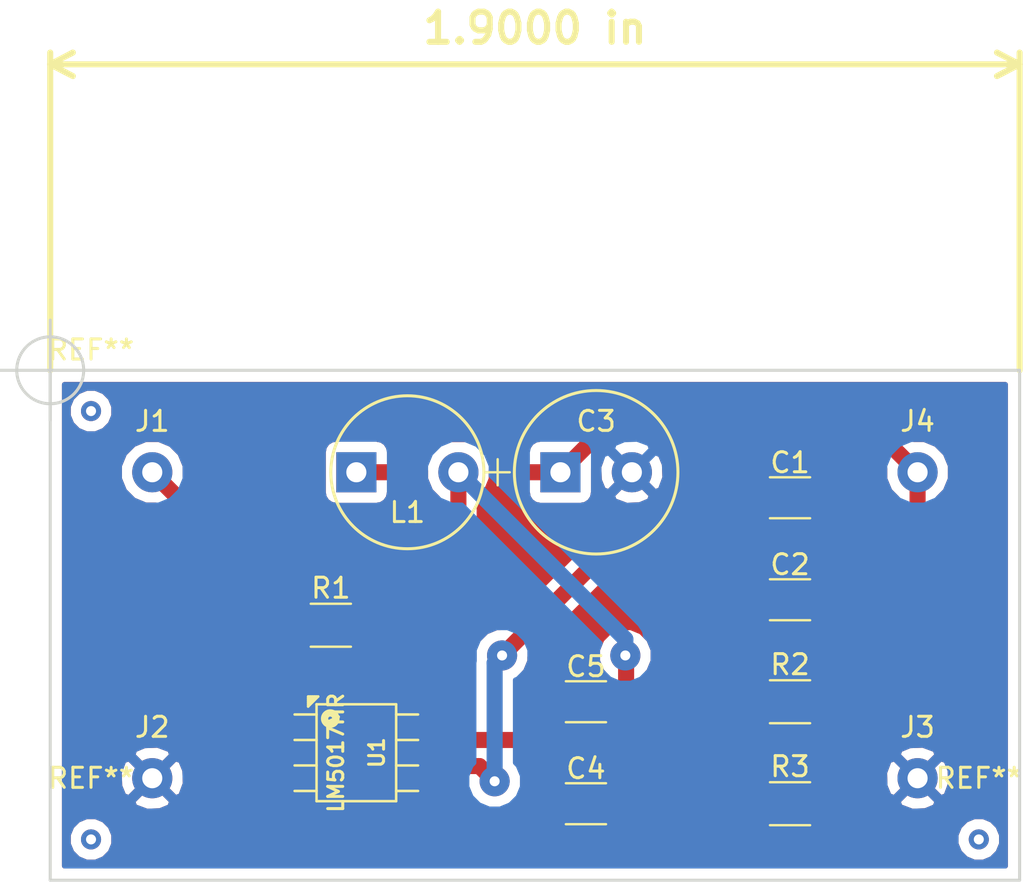
<source format=kicad_pcb>
(kicad_pcb (version 4) (host pcbnew 4.0.5+dfsg1-4)

  (general
    (links 20)
    (no_connects 0)
    (area 58.344999 63.424999 106.755001 88.975001)
    (thickness 1.6)
    (drawings 6)
    (tracks 67)
    (zones 0)
    (modules 17)
    (nets 11)
  )

  (page A4)
  (layers
    (0 F.Cu signal)
    (31 B.Cu signal)
    (32 B.Adhes user hide)
    (33 F.Adhes user hide)
    (34 B.Paste user hide)
    (35 F.Paste user hide)
    (36 B.SilkS user hide)
    (37 F.SilkS user)
    (38 B.Mask user hide)
    (39 F.Mask user hide)
    (40 Dwgs.User user hide)
    (41 Cmts.User user hide)
    (42 Eco1.User user hide)
    (43 Eco2.User user hide)
    (44 Edge.Cuts user)
    (45 Margin user hide)
    (46 B.CrtYd user hide)
    (47 F.CrtYd user hide)
    (48 B.Fab user hide)
    (49 F.Fab user hide)
  )

  (setup
    (last_trace_width 0.8)
    (trace_clearance 0.5)
    (zone_clearance 0.508)
    (zone_45_only no)
    (trace_min 0.2)
    (segment_width 0.2)
    (edge_width 0.15)
    (via_size 1.5)
    (via_drill 0.5)
    (via_min_size 0.4)
    (via_min_drill 0.3)
    (uvia_size 0.3)
    (uvia_drill 0.1)
    (uvias_allowed no)
    (uvia_min_size 0.2)
    (uvia_min_drill 0.1)
    (pcb_text_width 0.3)
    (pcb_text_size 1.5 1.5)
    (mod_edge_width 0.15)
    (mod_text_size 1 1)
    (mod_text_width 0.15)
    (pad_size 1 1)
    (pad_drill 0.5)
    (pad_to_mask_clearance 0.2)
    (aux_axis_origin 58.42 63.5)
    (grid_origin 58.42 63.5)
    (visible_elements FFFFFF7F)
    (pcbplotparams
      (layerselection 0x01030_80000001)
      (usegerberextensions false)
      (excludeedgelayer true)
      (linewidth 0.100000)
      (plotframeref false)
      (viasonmask false)
      (mode 1)
      (useauxorigin false)
      (hpglpennumber 1)
      (hpglpenspeed 20)
      (hpglpendiameter 15)
      (hpglpenoverlay 2)
      (psnegative false)
      (psa4output false)
      (plotreference true)
      (plotvalue true)
      (plotinvisibletext false)
      (padsonsilk false)
      (subtractmaskfromsilk false)
      (outputformat 1)
      (mirror false)
      (drillshape 0)
      (scaleselection 1)
      (outputdirectory ""))
  )

  (net 0 "")
  (net 1 "Net-(C1-Pad1)")
  (net 2 "Net-(C1-Pad2)")
  (net 3 GND)
  (net 4 "Net-(C3-Pad1)")
  (net 5 VDD)
  (net 6 "Net-(R1-Pad2)")
  (net 7 "Net-(R2-Pad2)")
  (net 8 "Net-(C4-Pad1)")
  (net 9 "Net-(C4-Pad2)")
  (net 10 "Net-(C5-Pad2)")

  (net_class Default "Это класс цепей по умолчанию."
    (clearance 0.5)
    (trace_width 0.8)
    (via_dia 1.5)
    (via_drill 0.5)
    (uvia_dia 0.3)
    (uvia_drill 0.1)
    (add_net GND)
    (add_net "Net-(C1-Pad1)")
    (add_net "Net-(C1-Pad2)")
    (add_net "Net-(C3-Pad1)")
    (add_net "Net-(C4-Pad1)")
    (add_net "Net-(C4-Pad2)")
    (add_net "Net-(C5-Pad2)")
    (add_net "Net-(R1-Pad2)")
    (add_net "Net-(R2-Pad2)")
    (add_net VDD)
  )

  (module mylib:align_hole (layer F.Cu) (tedit 59569E5C) (tstamp 5956BA48)
    (at 104.648 86.868)
    (descr "module 1 pin (ou trou mecanique de percage)")
    (tags DEV)
    (zone_connect 0)
    (fp_text reference REF** (at 0 -3.048) (layer F.SilkS)
      (effects (font (size 1 1) (thickness 0.15)))
    )
    (fp_text value "" (at 0 3) (layer F.Fab) hide
      (effects (font (size 1 1) (thickness 0.15)))
    )
    (fp_circle (center 0 0) (end 2 0.8) (layer F.Fab) (width 0.1))
    (pad "" np_thru_hole circle (at 0 0) (size 1 1) (drill 0.5) (layers *.Cu *.Mask)
      (zone_connect 0))
  )

  (module mylib:align_hole (layer F.Cu) (tedit 59569E5C) (tstamp 5956BA43)
    (at 60.452 86.868)
    (descr "module 1 pin (ou trou mecanique de percage)")
    (tags DEV)
    (zone_connect 0)
    (fp_text reference REF** (at 0 -3.048) (layer F.SilkS)
      (effects (font (size 1 1) (thickness 0.15)))
    )
    (fp_text value "" (at 0 3) (layer F.Fab) hide
      (effects (font (size 1 1) (thickness 0.15)))
    )
    (fp_circle (center 0 0) (end 2 0.8) (layer F.Fab) (width 0.1))
    (pad "" np_thru_hole circle (at 0 0) (size 1 1) (drill 0.5) (layers *.Cu *.Mask)
      (zone_connect 0))
  )

  (module Capacitors_SMD:C_1206_HandSoldering (layer F.Cu) (tedit 58AA84D1) (tstamp 5956A459)
    (at 95.25 69.85)
    (descr "Capacitor SMD 1206, hand soldering")
    (tags "capacitor 1206")
    (path /595692D9)
    (attr smd)
    (fp_text reference C1 (at 0 -1.75) (layer F.SilkS)
      (effects (font (size 1 1) (thickness 0.15)))
    )
    (fp_text value CP1_Small (at 0 2) (layer F.Fab)
      (effects (font (size 1 1) (thickness 0.15)))
    )
    (fp_text user %R (at 0 -1.75) (layer F.Fab)
      (effects (font (size 1 1) (thickness 0.15)))
    )
    (fp_line (start -1.6 0.8) (end -1.6 -0.8) (layer F.Fab) (width 0.1))
    (fp_line (start 1.6 0.8) (end -1.6 0.8) (layer F.Fab) (width 0.1))
    (fp_line (start 1.6 -0.8) (end 1.6 0.8) (layer F.Fab) (width 0.1))
    (fp_line (start -1.6 -0.8) (end 1.6 -0.8) (layer F.Fab) (width 0.1))
    (fp_line (start 1 -1.02) (end -1 -1.02) (layer F.SilkS) (width 0.12))
    (fp_line (start -1 1.02) (end 1 1.02) (layer F.SilkS) (width 0.12))
    (fp_line (start -3.25 -1.05) (end 3.25 -1.05) (layer F.CrtYd) (width 0.05))
    (fp_line (start -3.25 -1.05) (end -3.25 1.05) (layer F.CrtYd) (width 0.05))
    (fp_line (start 3.25 1.05) (end 3.25 -1.05) (layer F.CrtYd) (width 0.05))
    (fp_line (start 3.25 1.05) (end -3.25 1.05) (layer F.CrtYd) (width 0.05))
    (pad 1 smd rect (at -2 0) (size 2 1.6) (layers F.Cu F.Paste F.Mask)
      (net 1 "Net-(C1-Pad1)"))
    (pad 2 smd rect (at 2 0) (size 2 1.6) (layers F.Cu F.Paste F.Mask)
      (net 2 "Net-(C1-Pad2)"))
    (model Capacitors_SMD.3dshapes/C_1206.wrl
      (at (xyz 0 0 0))
      (scale (xyz 1 1 1))
      (rotate (xyz 0 0 0))
    )
  )

  (module Capacitors_SMD:C_1206_HandSoldering (layer F.Cu) (tedit 58AA84D1) (tstamp 5956A45F)
    (at 95.25 74.93)
    (descr "Capacitor SMD 1206, hand soldering")
    (tags "capacitor 1206")
    (path /59569490)
    (attr smd)
    (fp_text reference C2 (at 0 -1.75) (layer F.SilkS)
      (effects (font (size 1 1) (thickness 0.15)))
    )
    (fp_text value CP1_Small (at 0 2) (layer F.Fab)
      (effects (font (size 1 1) (thickness 0.15)))
    )
    (fp_text user %R (at 0 -1.75) (layer F.Fab)
      (effects (font (size 1 1) (thickness 0.15)))
    )
    (fp_line (start -1.6 0.8) (end -1.6 -0.8) (layer F.Fab) (width 0.1))
    (fp_line (start 1.6 0.8) (end -1.6 0.8) (layer F.Fab) (width 0.1))
    (fp_line (start 1.6 -0.8) (end 1.6 0.8) (layer F.Fab) (width 0.1))
    (fp_line (start -1.6 -0.8) (end 1.6 -0.8) (layer F.Fab) (width 0.1))
    (fp_line (start 1 -1.02) (end -1 -1.02) (layer F.SilkS) (width 0.12))
    (fp_line (start -1 1.02) (end 1 1.02) (layer F.SilkS) (width 0.12))
    (fp_line (start -3.25 -1.05) (end 3.25 -1.05) (layer F.CrtYd) (width 0.05))
    (fp_line (start -3.25 -1.05) (end -3.25 1.05) (layer F.CrtYd) (width 0.05))
    (fp_line (start 3.25 1.05) (end 3.25 -1.05) (layer F.CrtYd) (width 0.05))
    (fp_line (start 3.25 1.05) (end -3.25 1.05) (layer F.CrtYd) (width 0.05))
    (pad 1 smd rect (at -2 0) (size 2 1.6) (layers F.Cu F.Paste F.Mask)
      (net 2 "Net-(C1-Pad2)"))
    (pad 2 smd rect (at 2 0) (size 2 1.6) (layers F.Cu F.Paste F.Mask)
      (net 3 GND))
    (model Capacitors_SMD.3dshapes/C_1206.wrl
      (at (xyz 0 0 0))
      (scale (xyz 1 1 1))
      (rotate (xyz 0 0 0))
    )
  )

  (module mylib:CP_Radial_D5.0mm_P2.50mm (layer F.Cu) (tedit 595003AF) (tstamp 5956A466)
    (at 83.82 68.58)
    (descr "CP, Radial series, Radial, pin pitch=2.50mm, , diameter=5mm, Electrolytic Capacitor")
    (tags "CP Radial series Radial pin pitch 2.50mm  diameter 5mm Electrolytic Capacitor")
    (path /5943CA41)
    (fp_text reference C3 (at 1.778 -2.54) (layer F.SilkS)
      (effects (font (size 1 1) (thickness 0.15)))
    )
    (fp_text value 100mjuF (at 2.032 4.826) (layer F.Fab)
      (effects (font (size 1 1) (thickness 0.15)))
    )
    (fp_circle (center 1.778 0) (end 5.842 -0.254) (layer F.SilkS) (width 0.15))
    (fp_text user %R (at 1.778 -2.54) (layer F.Fab)
      (effects (font (size 1 1) (thickness 0.15)))
    )
    (fp_line (start -3.724 0) (end -2.524 0) (layer F.Fab) (width 0.1))
    (fp_line (start -3.124 -0.65) (end -3.124 0.65) (layer F.Fab) (width 0.1))
    (fp_line (start -3.724 0) (end -2.524 0) (layer F.SilkS) (width 0.12))
    (fp_line (start -3.124 -0.65) (end -3.124 0.65) (layer F.SilkS) (width 0.12))
    (fp_circle (center 1.758 0) (end 5.746 0) (layer F.Fab) (width 0.1))
    (pad 1 thru_hole rect (at 0 0) (size 2 2) (drill 1) (layers *.Cu *.Mask)
      (net 4 "Net-(C3-Pad1)"))
    (pad 2 thru_hole circle (at 3.556 0) (size 2 2) (drill 1) (layers *.Cu *.Mask)
      (net 3 GND))
    (model ${KISYS3DMOD}/Capacitors_THT.3dshapes/CP_Radial_D5.0mm_P2.50mm.wrl
      (at (xyz 0 0 0))
      (scale (xyz 1 1 1))
      (rotate (xyz 0 0 0))
    )
  )

  (module Capacitors_SMD:C_1206_HandSoldering (layer F.Cu) (tedit 58AA84D1) (tstamp 5956A46C)
    (at 85.09 85.09)
    (descr "Capacitor SMD 1206, hand soldering")
    (tags "capacitor 1206")
    (path /59569517)
    (attr smd)
    (fp_text reference C4 (at 0 -1.75) (layer F.SilkS)
      (effects (font (size 1 1) (thickness 0.15)))
    )
    (fp_text value CP1_Small (at 0 2) (layer F.Fab)
      (effects (font (size 1 1) (thickness 0.15)))
    )
    (fp_text user %R (at 0 -1.75) (layer F.Fab)
      (effects (font (size 1 1) (thickness 0.15)))
    )
    (fp_line (start -1.6 0.8) (end -1.6 -0.8) (layer F.Fab) (width 0.1))
    (fp_line (start 1.6 0.8) (end -1.6 0.8) (layer F.Fab) (width 0.1))
    (fp_line (start 1.6 -0.8) (end 1.6 0.8) (layer F.Fab) (width 0.1))
    (fp_line (start -1.6 -0.8) (end 1.6 -0.8) (layer F.Fab) (width 0.1))
    (fp_line (start 1 -1.02) (end -1 -1.02) (layer F.SilkS) (width 0.12))
    (fp_line (start -1 1.02) (end 1 1.02) (layer F.SilkS) (width 0.12))
    (fp_line (start -3.25 -1.05) (end 3.25 -1.05) (layer F.CrtYd) (width 0.05))
    (fp_line (start -3.25 -1.05) (end -3.25 1.05) (layer F.CrtYd) (width 0.05))
    (fp_line (start 3.25 1.05) (end 3.25 -1.05) (layer F.CrtYd) (width 0.05))
    (fp_line (start 3.25 1.05) (end -3.25 1.05) (layer F.CrtYd) (width 0.05))
    (pad 1 smd rect (at -2 0) (size 2 1.6) (layers F.Cu F.Paste F.Mask)
      (net 8 "Net-(C4-Pad1)"))
    (pad 2 smd rect (at 2 0) (size 2 1.6) (layers F.Cu F.Paste F.Mask)
      (net 9 "Net-(C4-Pad2)"))
    (model Capacitors_SMD.3dshapes/C_1206.wrl
      (at (xyz 0 0 0))
      (scale (xyz 1 1 1))
      (rotate (xyz 0 0 0))
    )
  )

  (module Capacitors_SMD:C_1206_HandSoldering (layer F.Cu) (tedit 58AA84D1) (tstamp 5956A472)
    (at 85.09 80.01)
    (descr "Capacitor SMD 1206, hand soldering")
    (tags "capacitor 1206")
    (path /59569581)
    (attr smd)
    (fp_text reference C5 (at 0 -1.75) (layer F.SilkS)
      (effects (font (size 1 1) (thickness 0.15)))
    )
    (fp_text value CP1_Small (at 0 2) (layer F.Fab)
      (effects (font (size 1 1) (thickness 0.15)))
    )
    (fp_text user %R (at 0 -1.75) (layer F.Fab)
      (effects (font (size 1 1) (thickness 0.15)))
    )
    (fp_line (start -1.6 0.8) (end -1.6 -0.8) (layer F.Fab) (width 0.1))
    (fp_line (start 1.6 0.8) (end -1.6 0.8) (layer F.Fab) (width 0.1))
    (fp_line (start 1.6 -0.8) (end 1.6 0.8) (layer F.Fab) (width 0.1))
    (fp_line (start -1.6 -0.8) (end 1.6 -0.8) (layer F.Fab) (width 0.1))
    (fp_line (start 1 -1.02) (end -1 -1.02) (layer F.SilkS) (width 0.12))
    (fp_line (start -1 1.02) (end 1 1.02) (layer F.SilkS) (width 0.12))
    (fp_line (start -3.25 -1.05) (end 3.25 -1.05) (layer F.CrtYd) (width 0.05))
    (fp_line (start -3.25 -1.05) (end -3.25 1.05) (layer F.CrtYd) (width 0.05))
    (fp_line (start 3.25 1.05) (end 3.25 -1.05) (layer F.CrtYd) (width 0.05))
    (fp_line (start 3.25 1.05) (end -3.25 1.05) (layer F.CrtYd) (width 0.05))
    (pad 1 smd rect (at -2 0) (size 2 1.6) (layers F.Cu F.Paste F.Mask)
      (net 9 "Net-(C4-Pad2)"))
    (pad 2 smd rect (at 2 0) (size 2 1.6) (layers F.Cu F.Paste F.Mask)
      (net 10 "Net-(C5-Pad2)"))
    (model Capacitors_SMD.3dshapes/C_1206.wrl
      (at (xyz 0 0 0))
      (scale (xyz 1 1 1))
      (rotate (xyz 0 0 0))
    )
  )

  (module mylib:Wire_Pad_1pin (layer F.Cu) (tedit 594FFEB6) (tstamp 5956A477)
    (at 63.5 68.58)
    (path /594C33F7)
    (fp_text reference J1 (at 0 -2.54) (layer F.SilkS)
      (effects (font (size 1 1) (thickness 0.15)))
    )
    (fp_text value Screw_Terminal_1x01 (at 0 2.54) (layer F.Fab)
      (effects (font (size 1 1) (thickness 0.15)))
    )
    (pad 1 thru_hole circle (at 0 0) (size 2 2) (drill 1) (layers *.Cu *.Mask)
      (net 5 VDD))
  )

  (module mylib:Wire_Pad_1pin (layer F.Cu) (tedit 594FFEB6) (tstamp 5956A47C)
    (at 63.5 83.82)
    (path /594C3430)
    (fp_text reference J2 (at 0 -2.54) (layer F.SilkS)
      (effects (font (size 1 1) (thickness 0.15)))
    )
    (fp_text value Screw_Terminal_1x01 (at 0 2.54) (layer F.Fab)
      (effects (font (size 1 1) (thickness 0.15)))
    )
    (pad 1 thru_hole circle (at 0 0) (size 2 2) (drill 1) (layers *.Cu *.Mask)
      (net 3 GND))
  )

  (module mylib:Wire_Pad_1pin (layer F.Cu) (tedit 594FFEB6) (tstamp 5956A481)
    (at 101.6 83.82)
    (path /594C35C3)
    (fp_text reference J3 (at 0 -2.54) (layer F.SilkS)
      (effects (font (size 1 1) (thickness 0.15)))
    )
    (fp_text value Screw_Terminal_1x01 (at 0 2.54) (layer F.Fab)
      (effects (font (size 1 1) (thickness 0.15)))
    )
    (pad 1 thru_hole circle (at 0 0) (size 2 2) (drill 1) (layers *.Cu *.Mask)
      (net 3 GND))
  )

  (module mylib:Wire_Pad_1pin (layer F.Cu) (tedit 594FFEB6) (tstamp 5956A486)
    (at 101.6 68.58)
    (path /594C355C)
    (fp_text reference J4 (at 0 -2.54) (layer F.SilkS)
      (effects (font (size 1 1) (thickness 0.15)))
    )
    (fp_text value Screw_Terminal_1x01 (at 0 2.54) (layer F.Fab)
      (effects (font (size 1 1) (thickness 0.15)))
    )
    (pad 1 thru_hole circle (at 0 0) (size 2 2) (drill 1) (layers *.Cu *.Mask)
      (net 4 "Net-(C3-Pad1)"))
  )

  (module mylib:INDUCTOR_V (layer F.Cu) (tedit 595000CB) (tstamp 5956A48D)
    (at 76.2 68.58)
    (descr "Inductor (vertical)")
    (tags INDUCTOR)
    (path /5943C155)
    (fp_text reference L1 (at 0 1.99898) (layer F.SilkS)
      (effects (font (size 1 1) (thickness 0.15)))
    )
    (fp_text value 220mjuH (at 0.09906 -1.99898) (layer F.Fab)
      (effects (font (size 1 1) (thickness 0.15)))
    )
    (fp_circle (center 0 0) (end 3.81 0) (layer F.SilkS) (width 0.15))
    (pad 1 thru_hole rect (at -2.54 0) (size 2 2) (drill 1) (layers *.Cu *.Mask)
      (net 4 "Net-(C3-Pad1)"))
    (pad 2 thru_hole circle (at 2.54 0) (size 2 2) (drill 1) (layers *.Cu *.Mask)
      (net 10 "Net-(C5-Pad2)"))
    (model Inductors.3dshapes/INDUCTOR_V.wrl
      (at (xyz 0 0 0))
      (scale (xyz 2 2 2))
      (rotate (xyz 0 0 0))
    )
  )

  (module Resistors_SMD:R_1206_HandSoldering (layer F.Cu) (tedit 58E0A804) (tstamp 5956A493)
    (at 72.39 76.2)
    (descr "Resistor SMD 1206, hand soldering")
    (tags "resistor 1206")
    (path /5943BDE3)
    (attr smd)
    (fp_text reference R1 (at 0 -1.85) (layer F.SilkS)
      (effects (font (size 1 1) (thickness 0.15)))
    )
    (fp_text value 250K (at 0 1.9) (layer F.Fab)
      (effects (font (size 1 1) (thickness 0.15)))
    )
    (fp_text user %R (at 0 0) (layer F.Fab)
      (effects (font (size 0.7 0.7) (thickness 0.105)))
    )
    (fp_line (start -1.6 0.8) (end -1.6 -0.8) (layer F.Fab) (width 0.1))
    (fp_line (start 1.6 0.8) (end -1.6 0.8) (layer F.Fab) (width 0.1))
    (fp_line (start 1.6 -0.8) (end 1.6 0.8) (layer F.Fab) (width 0.1))
    (fp_line (start -1.6 -0.8) (end 1.6 -0.8) (layer F.Fab) (width 0.1))
    (fp_line (start 1 1.07) (end -1 1.07) (layer F.SilkS) (width 0.12))
    (fp_line (start -1 -1.07) (end 1 -1.07) (layer F.SilkS) (width 0.12))
    (fp_line (start -3.25 -1.11) (end 3.25 -1.11) (layer F.CrtYd) (width 0.05))
    (fp_line (start -3.25 -1.11) (end -3.25 1.1) (layer F.CrtYd) (width 0.05))
    (fp_line (start 3.25 1.1) (end 3.25 -1.11) (layer F.CrtYd) (width 0.05))
    (fp_line (start 3.25 1.1) (end -3.25 1.1) (layer F.CrtYd) (width 0.05))
    (pad 1 smd rect (at -2 0) (size 2 1.7) (layers F.Cu F.Paste F.Mask)
      (net 5 VDD))
    (pad 2 smd rect (at 2 0) (size 2 1.7) (layers F.Cu F.Paste F.Mask)
      (net 6 "Net-(R1-Pad2)"))
    (model ${KISYS3DMOD}/Resistors_SMD.3dshapes/R_1206.wrl
      (at (xyz 0 0 0))
      (scale (xyz 1 1 1))
      (rotate (xyz 0 0 0))
    )
  )

  (module Resistors_SMD:R_1206_HandSoldering (layer F.Cu) (tedit 58E0A804) (tstamp 5956A499)
    (at 95.25 80.01)
    (descr "Resistor SMD 1206, hand soldering")
    (tags "resistor 1206")
    (path /5943BA61)
    (attr smd)
    (fp_text reference R2 (at 0 -1.85) (layer F.SilkS)
      (effects (font (size 1 1) (thickness 0.15)))
    )
    (fp_text value 470K (at 0 1.9) (layer F.Fab)
      (effects (font (size 1 1) (thickness 0.15)))
    )
    (fp_text user %R (at 0 0) (layer F.Fab)
      (effects (font (size 0.7 0.7) (thickness 0.105)))
    )
    (fp_line (start -1.6 0.8) (end -1.6 -0.8) (layer F.Fab) (width 0.1))
    (fp_line (start 1.6 0.8) (end -1.6 0.8) (layer F.Fab) (width 0.1))
    (fp_line (start 1.6 -0.8) (end 1.6 0.8) (layer F.Fab) (width 0.1))
    (fp_line (start -1.6 -0.8) (end 1.6 -0.8) (layer F.Fab) (width 0.1))
    (fp_line (start 1 1.07) (end -1 1.07) (layer F.SilkS) (width 0.12))
    (fp_line (start -1 -1.07) (end 1 -1.07) (layer F.SilkS) (width 0.12))
    (fp_line (start -3.25 -1.11) (end 3.25 -1.11) (layer F.CrtYd) (width 0.05))
    (fp_line (start -3.25 -1.11) (end -3.25 1.1) (layer F.CrtYd) (width 0.05))
    (fp_line (start 3.25 1.1) (end 3.25 -1.11) (layer F.CrtYd) (width 0.05))
    (fp_line (start 3.25 1.1) (end -3.25 1.1) (layer F.CrtYd) (width 0.05))
    (pad 1 smd rect (at -2 0) (size 2 1.7) (layers F.Cu F.Paste F.Mask)
      (net 4 "Net-(C3-Pad1)"))
    (pad 2 smd rect (at 2 0) (size 2 1.7) (layers F.Cu F.Paste F.Mask)
      (net 7 "Net-(R2-Pad2)"))
    (model ${KISYS3DMOD}/Resistors_SMD.3dshapes/R_1206.wrl
      (at (xyz 0 0 0))
      (scale (xyz 1 1 1))
      (rotate (xyz 0 0 0))
    )
  )

  (module Resistors_SMD:R_1206_HandSoldering (layer F.Cu) (tedit 58E0A804) (tstamp 5956A49F)
    (at 95.25 85.09)
    (descr "Resistor SMD 1206, hand soldering")
    (tags "resistor 1206")
    (path /5943BABE)
    (attr smd)
    (fp_text reference R3 (at 0 -1.85) (layer F.SilkS)
      (effects (font (size 1 1) (thickness 0.15)))
    )
    (fp_text value 150K (at 0 1.9) (layer F.Fab)
      (effects (font (size 1 1) (thickness 0.15)))
    )
    (fp_text user %R (at 0 0) (layer F.Fab)
      (effects (font (size 0.7 0.7) (thickness 0.105)))
    )
    (fp_line (start -1.6 0.8) (end -1.6 -0.8) (layer F.Fab) (width 0.1))
    (fp_line (start 1.6 0.8) (end -1.6 0.8) (layer F.Fab) (width 0.1))
    (fp_line (start 1.6 -0.8) (end 1.6 0.8) (layer F.Fab) (width 0.1))
    (fp_line (start -1.6 -0.8) (end 1.6 -0.8) (layer F.Fab) (width 0.1))
    (fp_line (start 1 1.07) (end -1 1.07) (layer F.SilkS) (width 0.12))
    (fp_line (start -1 -1.07) (end 1 -1.07) (layer F.SilkS) (width 0.12))
    (fp_line (start -3.25 -1.11) (end 3.25 -1.11) (layer F.CrtYd) (width 0.05))
    (fp_line (start -3.25 -1.11) (end -3.25 1.1) (layer F.CrtYd) (width 0.05))
    (fp_line (start 3.25 1.1) (end 3.25 -1.11) (layer F.CrtYd) (width 0.05))
    (fp_line (start 3.25 1.1) (end -3.25 1.1) (layer F.CrtYd) (width 0.05))
    (pad 1 smd rect (at -2 0) (size 2 1.7) (layers F.Cu F.Paste F.Mask)
      (net 7 "Net-(R2-Pad2)"))
    (pad 2 smd rect (at 2 0) (size 2 1.7) (layers F.Cu F.Paste F.Mask)
      (net 3 GND))
    (model ${KISYS3DMOD}/Resistors_SMD.3dshapes/R_1206.wrl
      (at (xyz 0 0 0))
      (scale (xyz 1 1 1))
      (rotate (xyz 0 0 0))
    )
  )

  (module w_smd_dil:psop-8 (layer F.Cu) (tedit 0) (tstamp 5956A4AC)
    (at 73.66 82.55 270)
    (descr PSOP-8)
    (path /5943B948)
    (fp_text reference U1 (at 0 -1.016 270) (layer F.SilkS)
      (effects (font (size 0.7493 0.7493) (thickness 0.14986)))
    )
    (fp_text value LM5017MR (at 0 1.016 270) (layer F.SilkS)
      (effects (font (size 0.7493 0.7493) (thickness 0.14986)))
    )
    (fp_circle (center -1.7 1.3) (end -1.8 1.3) (layer F.SilkS) (width 0.3))
    (fp_circle (center -1.7 1.3) (end -1.9 1.3) (layer F.SilkS) (width 0.127))
    (fp_circle (center -1.7 1.3) (end -2 1.3) (layer F.SilkS) (width 0.127))
    (fp_circle (center -1.7 1.3) (end -2.1 1.3) (layer F.SilkS) (width 0.127))
    (fp_line (start -2.7 2.4) (end -2.8 2.3) (layer F.SilkS) (width 0.127))
    (fp_line (start -2.6 2.4) (end -2.8 2.2) (layer F.SilkS) (width 0.127))
    (fp_line (start -2.5 2.4) (end -2.8 2.1) (layer F.SilkS) (width 0.127))
    (fp_line (start -2.4 2.4) (end -2.8 2) (layer F.SilkS) (width 0.127))
    (fp_line (start -2.3 2.4) (end -2.8 2.4) (layer F.SilkS) (width 0.127))
    (fp_line (start -2.8 2.4) (end -2.8 1.9) (layer F.SilkS) (width 0.127))
    (fp_line (start -2.8 1.9) (end -2.3 2.4) (layer F.SilkS) (width 0.127))
    (fp_line (start -2.413 -1.9812) (end -2.413 1.9812) (layer F.SilkS) (width 0.127))
    (fp_line (start -2.413 1.9812) (end 2.413 1.9812) (layer F.SilkS) (width 0.127))
    (fp_line (start 2.413 1.9812) (end 2.413 -1.9812) (layer F.SilkS) (width 0.127))
    (fp_line (start 2.413 -1.9812) (end -2.413 -1.9812) (layer F.SilkS) (width 0.127))
    (fp_line (start -1.905 -1.9812) (end -1.905 -3.0734) (layer F.SilkS) (width 0.127))
    (fp_line (start -0.635 -1.9812) (end -0.635 -3.0734) (layer F.SilkS) (width 0.127))
    (fp_line (start 0.635 -1.9812) (end 0.635 -3.0734) (layer F.SilkS) (width 0.127))
    (fp_line (start 1.905 -3.0734) (end 1.905 -1.9812) (layer F.SilkS) (width 0.127))
    (fp_line (start 1.905 1.9812) (end 1.905 3.0734) (layer F.SilkS) (width 0.127))
    (fp_line (start 0.635 3.0734) (end 0.635 1.9812) (layer F.SilkS) (width 0.127))
    (fp_line (start -0.635 3.0734) (end -0.635 1.9812) (layer F.SilkS) (width 0.127))
    (fp_line (start -1.905 3.0734) (end -1.905 1.9812) (layer F.SilkS) (width 0.127))
    (pad 1 smd rect (at -1.905 2.794 270) (size 0.59944 1.99898) (layers F.Cu F.Paste F.Mask)
      (net 3 GND))
    (pad 2 smd rect (at -0.635 2.794 270) (size 0.59944 1.99898) (layers F.Cu F.Paste F.Mask)
      (net 5 VDD))
    (pad 3 smd rect (at 0.635 2.794 270) (size 0.59944 1.99898) (layers F.Cu F.Paste F.Mask)
      (net 5 VDD))
    (pad 4 smd rect (at 1.905 2.794 270) (size 0.59944 1.99898) (layers F.Cu F.Paste F.Mask)
      (net 6 "Net-(R1-Pad2)"))
    (pad 5 smd rect (at 1.905 -2.794 270) (size 0.59944 1.99898) (layers F.Cu F.Paste F.Mask)
      (net 7 "Net-(R2-Pad2)"))
    (pad 6 smd rect (at 0.635 -2.794 270) (size 0.59944 1.99898) (layers F.Cu F.Paste F.Mask)
      (net 1 "Net-(C1-Pad1)"))
    (pad 7 smd rect (at -0.635 -2.794 270) (size 0.59944 1.99898) (layers F.Cu F.Paste F.Mask)
      (net 8 "Net-(C4-Pad1)"))
    (pad 8 smd rect (at -1.905 -2.794 270) (size 0.59944 1.99898) (layers F.Cu F.Paste F.Mask)
      (net 10 "Net-(C5-Pad2)"))
    (pad 9 smd rect (at 0 0 270) (size 3.2004 2.49936) (layers F.Cu F.Paste F.Mask))
    (model walter/smd_dil/psop-8.wrl
      (at (xyz 0 0 0))
      (scale (xyz 1 1 1))
      (rotate (xyz 0 0 0))
    )
  )

  (module mylib:align_hole (layer F.Cu) (tedit 59569E5C) (tstamp 5956BA3D)
    (at 60.452 65.532)
    (descr "module 1 pin (ou trou mecanique de percage)")
    (tags DEV)
    (zone_connect 0)
    (fp_text reference REF** (at 0 -3.048) (layer F.SilkS)
      (effects (font (size 1 1) (thickness 0.15)))
    )
    (fp_text value "" (at 0 3) (layer F.Fab) hide
      (effects (font (size 1 1) (thickness 0.15)))
    )
    (fp_circle (center 0 0) (end 2 0.8) (layer F.Fab) (width 0.1))
    (pad "" np_thru_hole circle (at 0 0) (size 1 1) (drill 0.5) (layers *.Cu *.Mask)
      (zone_connect 0))
  )

  (dimension 48.26 (width 0.3) (layer F.SilkS)
    (gr_text "48,260 мм" (at 82.55 46.91) (layer F.SilkS)
      (effects (font (size 1.5 1.5) (thickness 0.3)))
    )
    (feature1 (pts (xy 106.68 63.5) (xy 106.68 45.56)))
    (feature2 (pts (xy 58.42 63.5) (xy 58.42 45.56)))
    (crossbar (pts (xy 58.42 48.26) (xy 106.68 48.26)))
    (arrow1a (pts (xy 106.68 48.26) (xy 105.553496 48.846421)))
    (arrow1b (pts (xy 106.68 48.26) (xy 105.553496 47.673579)))
    (arrow2a (pts (xy 58.42 48.26) (xy 59.546504 48.846421)))
    (arrow2b (pts (xy 58.42 48.26) (xy 59.546504 47.673579)))
  )
  (gr_line (start 58.42 88.9) (end 58.42 63.5) (angle 90) (layer Edge.Cuts) (width 0.15))
  (gr_line (start 106.68 88.9) (end 58.42 88.9) (angle 90) (layer Edge.Cuts) (width 0.15))
  (gr_line (start 106.68 63.5) (end 106.68 88.9) (angle 90) (layer Edge.Cuts) (width 0.15))
  (gr_line (start 58.42 63.5) (end 106.68 63.5) (angle 90) (layer Edge.Cuts) (width 0.15))
  (target plus (at 58.42 63.5) (size 5) (width 0.15) (layer Edge.Cuts))

  (via (at 80.5449 83.9723) (size 1.5) (layers F.Cu B.Cu) (net 1))
  (via (at 80.915 77.705) (size 1.5) (layers F.Cu B.Cu) (net 1))
  (segment (start 76.454 83.2154) (end 76.454 83.185) (width 0.5992) (layer F.Cu) (net 1))
  (segment (start 79.788 83.2154) (end 80.5449 83.9723) (width 0.8) (layer F.Cu) (net 1))
  (segment (start 76.454 83.2154) (end 79.788 83.2154) (width 0.8) (layer F.Cu) (net 1))
  (segment (start 80.5449 78.0751) (end 80.915 77.705) (width 0.8) (layer B.Cu) (net 1))
  (segment (start 80.5449 83.9723) (end 80.5449 78.0751) (width 0.8) (layer B.Cu) (net 1))
  (segment (start 87.0697 71.5503) (end 93.25 71.5503) (width 0.8) (layer F.Cu) (net 1))
  (segment (start 80.915 77.705) (end 87.0697 71.5503) (width 0.8) (layer F.Cu) (net 1))
  (segment (start 93.25 69.85) (end 93.25 71.5503) (width 0.8) (layer F.Cu) (net 1))
  (segment (start 95.5706 73.2297) (end 97.25 71.5503) (width 0.8) (layer F.Cu) (net 2))
  (segment (start 93.25 73.2297) (end 95.5706 73.2297) (width 0.8) (layer F.Cu) (net 2))
  (segment (start 93.25 74.93) (end 93.25 73.2297) (width 0.8) (layer F.Cu) (net 2))
  (segment (start 97.25 69.85) (end 97.25 71.5503) (width 0.8) (layer F.Cu) (net 2))
  (segment (start 93.25 80.01) (end 93.25 78.2597) (width 0.8) (layer F.Cu) (net 4))
  (segment (start 97.0124 78.2597) (end 93.25 78.2597) (width 0.8) (layer F.Cu) (net 4))
  (segment (start 101.6 73.6721) (end 97.0124 78.2597) (width 0.8) (layer F.Cu) (net 4))
  (segment (start 101.6 68.58) (end 101.6 73.6721) (width 0.8) (layer F.Cu) (net 4))
  (segment (start 85.7628 66.6372) (end 83.82 68.58) (width 0.8) (layer F.Cu) (net 4))
  (segment (start 99.6572 66.6372) (end 85.7628 66.6372) (width 0.8) (layer F.Cu) (net 4))
  (segment (start 101.6 68.58) (end 99.6572 66.6372) (width 0.8) (layer F.Cu) (net 4))
  (segment (start 73.66 68.58) (end 75.5603 68.58) (width 0.8) (layer F.Cu) (net 4))
  (segment (start 77.4606 66.6797) (end 75.5603 68.58) (width 0.8) (layer F.Cu) (net 4))
  (segment (start 80.0194 66.6797) (end 77.4606 66.6797) (width 0.8) (layer F.Cu) (net 4))
  (segment (start 81.9197 68.58) (end 80.0194 66.6797) (width 0.8) (layer F.Cu) (net 4))
  (segment (start 83.82 68.58) (end 81.9197 68.58) (width 0.8) (layer F.Cu) (net 4))
  (segment (start 74.56165 72.75835) (end 67.67835 72.75835) (width 0.8) (layer F.Cu) (net 5))
  (segment (start 67.67835 72.75835) (end 63.5 68.58) (width 0.8) (layer F.Cu) (net 5) (tstamp 5956A6A0))
  (segment (start 70.866 83.185) (end 70.866 81.915) (width 0.8) (layer F.Cu) (net 5))
  (segment (start 68.9662 79.3741) (end 68.9662 81.915) (width 0.8) (layer F.Cu) (net 5))
  (segment (start 70.39 77.9503) (end 68.9662 79.3741) (width 0.8) (layer F.Cu) (net 5))
  (segment (start 70.39 76.2) (end 70.39 77.9503) (width 0.8) (layer F.Cu) (net 5))
  (segment (start 70.866 81.915) (end 68.9662 81.915) (width 0.8) (layer F.Cu) (net 5))
  (segment (start 75.7859 77.9503) (end 70.39 77.9503) (width 0.8) (layer F.Cu) (net 5))
  (segment (start 76.2904 77.4458) (end 75.7859 77.9503) (width 0.8) (layer F.Cu) (net 5))
  (segment (start 76.2904 74.4871) (end 76.2904 77.4458) (width 0.8) (layer F.Cu) (net 5))
  (segment (start 74.56165 72.75835) (end 76.2904 74.4871) (width 0.8) (layer F.Cu) (net 5) (tstamp 5956A69E))
  (segment (start 69.58 84.4854) (end 70.8356 84.4854) (width 0.8) (layer F.Cu) (net 6))
  (segment (start 67.6458 82.5512) (end 69.58 84.4854) (width 0.8) (layer F.Cu) (net 6))
  (segment (start 67.6458 75.781) (end 67.6458 82.5512) (width 0.8) (layer F.Cu) (net 6))
  (segment (start 68.9771 74.4497) (end 67.6458 75.781) (width 0.8) (layer F.Cu) (net 6))
  (segment (start 74.39 74.4497) (end 68.9771 74.4497) (width 0.8) (layer F.Cu) (net 6))
  (segment (start 70.8356 84.4854) (end 70.866 84.455) (width 0.5992) (layer F.Cu) (net 6))
  (segment (start 74.39 76.2) (end 74.39 74.4497) (width 0.8) (layer F.Cu) (net 6))
  (segment (start 97.25 80.01) (end 97.25 81.7603) (width 0.8) (layer F.Cu) (net 7))
  (segment (start 76.454 84.9499) (end 76.454 84.455) (width 0.5992) (layer F.Cu) (net 7))
  (segment (start 78.2948 86.7907) (end 76.454 84.9499) (width 0.8) (layer F.Cu) (net 7))
  (segment (start 89.649 86.7907) (end 78.2948 86.7907) (width 0.8) (layer F.Cu) (net 7))
  (segment (start 91.3497 85.09) (end 89.649 86.7907) (width 0.8) (layer F.Cu) (net 7))
  (segment (start 95.6706 83.3397) (end 97.25 81.7603) (width 0.8) (layer F.Cu) (net 7))
  (segment (start 93.25 83.3397) (end 95.6706 83.3397) (width 0.8) (layer F.Cu) (net 7))
  (segment (start 93.25 85.09) (end 93.25 83.3397) (width 0.8) (layer F.Cu) (net 7))
  (segment (start 93.25 85.09) (end 91.3497 85.09) (width 0.8) (layer F.Cu) (net 7))
  (segment (start 81.6153 81.915) (end 83.09 83.3897) (width 0.8) (layer F.Cu) (net 8))
  (segment (start 76.454 81.915) (end 81.6153 81.915) (width 0.8) (layer F.Cu) (net 8))
  (segment (start 83.09 85.09) (end 83.09 83.3897) (width 0.8) (layer F.Cu) (net 8))
  (segment (start 86.4697 83.3897) (end 87.09 83.3897) (width 0.8) (layer F.Cu) (net 9))
  (segment (start 83.09 80.01) (end 86.4697 83.3897) (width 0.8) (layer F.Cu) (net 9))
  (segment (start 87.09 85.09) (end 87.09 83.3897) (width 0.8) (layer F.Cu) (net 9))
  (via (at 87.0508 77.705) (size 1.5) (layers F.Cu B.Cu) (net 10))
  (segment (start 78.74 77.9504) (end 76.454 80.2364) (width 0.8) (layer F.Cu) (net 10))
  (segment (start 78.74 68.58) (end 78.74 77.9504) (width 0.8) (layer F.Cu) (net 10))
  (segment (start 76.454 80.2364) (end 76.454 80.645) (width 0.5992) (layer F.Cu) (net 10))
  (segment (start 87.0508 76.8908) (end 87.0508 77.705) (width 0.8) (layer B.Cu) (net 10))
  (segment (start 78.74 68.58) (end 87.0508 76.8908) (width 0.8) (layer B.Cu) (net 10))
  (segment (start 87.09 77.7442) (end 87.09 80.01) (width 0.8) (layer F.Cu) (net 10))
  (segment (start 87.0508 77.705) (end 87.09 77.7442) (width 0.8) (layer F.Cu) (net 10))

  (zone (net 3) (net_name GND) (layer F.Cu) (tstamp 5956A419) (hatch edge 0.508)
    (connect_pads (clearance 0.508))
    (min_thickness 0.254)
    (fill yes (arc_segments 16) (thermal_gap 0.508) (thermal_bridge_width 0.508))
    (polygon
      (pts
        (xy 58.42 63.5) (xy 106.68 63.5) (xy 106.68 88.9) (xy 58.42 88.9)
      )
    )
    (filled_polygon
      (pts
        (xy 105.97 88.19) (xy 59.13 88.19) (xy 59.13 87.092775) (xy 59.316803 87.092775) (xy 59.489233 87.510086)
        (xy 59.808235 87.829645) (xy 60.225244 88.002803) (xy 60.676775 88.003197) (xy 61.094086 87.830767) (xy 61.413645 87.511765)
        (xy 61.586803 87.094756) (xy 61.587197 86.643225) (xy 61.414767 86.225914) (xy 61.095765 85.906355) (xy 60.678756 85.733197)
        (xy 60.227225 85.732803) (xy 59.809914 85.905233) (xy 59.490355 86.224235) (xy 59.317197 86.641244) (xy 59.316803 87.092775)
        (xy 59.13 87.092775) (xy 59.13 84.972532) (xy 62.527073 84.972532) (xy 62.625736 85.239387) (xy 63.235461 85.465908)
        (xy 63.88546 85.441856) (xy 64.374264 85.239387) (xy 64.472927 84.972532) (xy 63.5 83.999605) (xy 62.527073 84.972532)
        (xy 59.13 84.972532) (xy 59.13 83.555461) (xy 61.854092 83.555461) (xy 61.878144 84.20546) (xy 62.080613 84.694264)
        (xy 62.347468 84.792927) (xy 63.320395 83.82) (xy 63.679605 83.82) (xy 64.652532 84.792927) (xy 64.919387 84.694264)
        (xy 65.145908 84.084539) (xy 65.121856 83.43454) (xy 64.919387 82.945736) (xy 64.652532 82.847073) (xy 63.679605 83.82)
        (xy 63.320395 83.82) (xy 62.347468 82.847073) (xy 62.080613 82.945736) (xy 61.854092 83.555461) (xy 59.13 83.555461)
        (xy 59.13 82.667468) (xy 62.527073 82.667468) (xy 63.5 83.640395) (xy 64.472927 82.667468) (xy 64.374264 82.400613)
        (xy 63.764539 82.174092) (xy 63.11454 82.198144) (xy 62.625736 82.400613) (xy 62.527073 82.667468) (xy 59.13 82.667468)
        (xy 59.13 68.903795) (xy 61.864716 68.903795) (xy 62.113106 69.504943) (xy 62.572637 69.965278) (xy 63.173352 70.214716)
        (xy 63.671439 70.215151) (xy 66.946492 73.490203) (xy 66.946494 73.490206) (xy 67.098351 73.591673) (xy 67.282272 73.714565)
        (xy 67.67835 73.793351) (xy 67.678355 73.79335) (xy 68.169739 73.79335) (xy 66.913944 75.049144) (xy 66.689585 75.384923)
        (xy 66.610799 75.781) (xy 66.6108 75.781005) (xy 66.6108 82.551195) (xy 66.610799 82.5512) (xy 66.689585 82.947277)
        (xy 66.913944 83.283056) (xy 68.848142 85.217253) (xy 68.848144 85.217256) (xy 69.124874 85.40216) (xy 69.183923 85.441615)
        (xy 69.58 85.520401) (xy 69.580005 85.5204) (xy 70.8356 85.5204) (xy 71.231677 85.441615) (xy 71.290726 85.40216)
        (xy 71.86549 85.40216) (xy 72.100807 85.357882) (xy 72.316931 85.21881) (xy 72.461921 85.00661) (xy 72.504238 84.79764)
        (xy 74.815146 84.79764) (xy 74.851348 84.990037) (xy 74.99042 85.206161) (xy 75.20262 85.351151) (xy 75.45451 85.40216)
        (xy 75.535325 85.40216) (xy 75.722144 85.681756) (xy 77.562942 87.522553) (xy 77.562944 87.522556) (xy 77.764229 87.657049)
        (xy 77.898722 87.746915) (xy 78.2948 87.8257) (xy 89.648995 87.8257) (xy 89.649 87.825701) (xy 90.045077 87.746915)
        (xy 90.380856 87.522556) (xy 90.810637 87.092775) (xy 103.512803 87.092775) (xy 103.685233 87.510086) (xy 104.004235 87.829645)
        (xy 104.421244 88.002803) (xy 104.872775 88.003197) (xy 105.290086 87.830767) (xy 105.609645 87.511765) (xy 105.782803 87.094756)
        (xy 105.783197 86.643225) (xy 105.610767 86.225914) (xy 105.291765 85.906355) (xy 104.874756 85.733197) (xy 104.423225 85.732803)
        (xy 104.005914 85.905233) (xy 103.686355 86.224235) (xy 103.513197 86.641244) (xy 103.512803 87.092775) (xy 90.810637 87.092775)
        (xy 91.678653 86.224759) (xy 91.78591 86.391441) (xy 91.99811 86.536431) (xy 92.25 86.58744) (xy 94.25 86.58744)
        (xy 94.485317 86.543162) (xy 94.701441 86.40409) (xy 94.846431 86.19189) (xy 94.89744 85.94) (xy 94.89744 85.37575)
        (xy 95.615 85.37575) (xy 95.615 86.06631) (xy 95.711673 86.299699) (xy 95.890302 86.478327) (xy 96.123691 86.575)
        (xy 96.96425 86.575) (xy 97.123 86.41625) (xy 97.123 85.217) (xy 97.377 85.217) (xy 97.377 86.41625)
        (xy 97.53575 86.575) (xy 98.376309 86.575) (xy 98.609698 86.478327) (xy 98.788327 86.299699) (xy 98.885 86.06631)
        (xy 98.885 85.37575) (xy 98.72625 85.217) (xy 97.377 85.217) (xy 97.123 85.217) (xy 95.77375 85.217)
        (xy 95.615 85.37575) (xy 94.89744 85.37575) (xy 94.89744 84.972532) (xy 100.627073 84.972532) (xy 100.725736 85.239387)
        (xy 101.335461 85.465908) (xy 101.98546 85.441856) (xy 102.474264 85.239387) (xy 102.572927 84.972532) (xy 101.6 83.999605)
        (xy 100.627073 84.972532) (xy 94.89744 84.972532) (xy 94.89744 84.3747) (xy 95.615 84.3747) (xy 95.615 84.80425)
        (xy 95.77375 84.963) (xy 97.123 84.963) (xy 97.123 83.76375) (xy 97.377 83.76375) (xy 97.377 84.963)
        (xy 98.72625 84.963) (xy 98.885 84.80425) (xy 98.885 84.11369) (xy 98.788327 83.880301) (xy 98.609698 83.701673)
        (xy 98.376309 83.605) (xy 97.53575 83.605) (xy 97.377 83.76375) (xy 97.123 83.76375) (xy 96.96425 83.605)
        (xy 96.869012 83.605) (xy 96.91855 83.555461) (xy 99.954092 83.555461) (xy 99.978144 84.20546) (xy 100.180613 84.694264)
        (xy 100.447468 84.792927) (xy 101.420395 83.82) (xy 101.779605 83.82) (xy 102.752532 84.792927) (xy 103.019387 84.694264)
        (xy 103.245908 84.084539) (xy 103.221856 83.43454) (xy 103.019387 82.945736) (xy 102.752532 82.847073) (xy 101.779605 83.82)
        (xy 101.420395 83.82) (xy 100.447468 82.847073) (xy 100.180613 82.945736) (xy 99.954092 83.555461) (xy 96.91855 83.555461)
        (xy 97.806543 82.667468) (xy 100.627073 82.667468) (xy 101.6 83.640395) (xy 102.572927 82.667468) (xy 102.474264 82.400613)
        (xy 101.864539 82.174092) (xy 101.21454 82.198144) (xy 100.725736 82.400613) (xy 100.627073 82.667468) (xy 97.806543 82.667468)
        (xy 97.981853 82.492158) (xy 97.981856 82.492156) (xy 98.206215 82.156377) (xy 98.206464 82.155123) (xy 98.285001 81.7603)
        (xy 98.285 81.760295) (xy 98.285 81.500854) (xy 98.485317 81.463162) (xy 98.701441 81.32409) (xy 98.846431 81.11189)
        (xy 98.89744 80.86) (xy 98.89744 79.16) (xy 98.853162 78.924683) (xy 98.71409 78.708559) (xy 98.50189 78.563569)
        (xy 98.25 78.51256) (xy 98.223252 78.51256) (xy 102.331853 74.403958) (xy 102.331856 74.403956) (xy 102.556215 74.068177)
        (xy 102.569042 74.00369) (xy 102.635001 73.6721) (xy 102.635 73.672095) (xy 102.635 69.857029) (xy 102.985278 69.507363)
        (xy 103.234716 68.906648) (xy 103.235284 68.256205) (xy 102.986894 67.655057) (xy 102.527363 67.194722) (xy 101.926648 66.945284)
        (xy 101.428561 66.944849) (xy 100.389056 65.905344) (xy 100.053277 65.680985) (xy 99.6572 65.602199) (xy 99.657195 65.6022)
        (xy 85.762805 65.6022) (xy 85.7628 65.602199) (xy 85.366723 65.680985) (xy 85.030944 65.905344) (xy 85.030942 65.905347)
        (xy 84.003728 66.93256) (xy 82.82 66.93256) (xy 82.584683 66.976838) (xy 82.368559 67.11591) (xy 82.223569 67.32811)
        (xy 82.208068 67.404657) (xy 80.751256 65.947844) (xy 80.415477 65.723485) (xy 80.0194 65.644699) (xy 80.019395 65.6447)
        (xy 77.460605 65.6447) (xy 77.4606 65.644699) (xy 77.064523 65.723485) (xy 76.728744 65.947844) (xy 76.728742 65.947847)
        (xy 75.274049 67.40254) (xy 75.263162 67.344683) (xy 75.12409 67.128559) (xy 74.91189 66.983569) (xy 74.66 66.93256)
        (xy 72.66 66.93256) (xy 72.424683 66.976838) (xy 72.208559 67.11591) (xy 72.063569 67.32811) (xy 72.01256 67.58)
        (xy 72.01256 69.58) (xy 72.056838 69.815317) (xy 72.19591 70.031441) (xy 72.40811 70.176431) (xy 72.66 70.22744)
        (xy 74.66 70.22744) (xy 74.895317 70.183162) (xy 75.111441 70.04409) (xy 75.256431 69.83189) (xy 75.300352 69.615)
        (xy 75.560295 69.615) (xy 75.5603 69.615001) (xy 75.956377 69.536215) (xy 76.292156 69.311856) (xy 77.10507 68.498942)
        (xy 77.104716 68.903795) (xy 77.353106 69.504943) (xy 77.705 69.857453) (xy 77.705 77.521689) (xy 75.722144 79.504544)
        (xy 75.592989 79.69784) (xy 75.45451 79.69784) (xy 75.219193 79.742118) (xy 75.003069 79.88119) (xy 74.858079 80.09339)
        (xy 74.815762 80.30236) (xy 72.50049 80.30236) (xy 72.50049 80.218971) (xy 72.403817 79.985582) (xy 72.225189 79.806953)
        (xy 71.9918 79.71028) (xy 71.15175 79.71028) (xy 70.993 79.86903) (xy 70.993 80.518) (xy 71.013 80.518)
        (xy 71.013 80.772) (xy 70.993 80.772) (xy 70.993 80.792) (xy 70.739 80.792) (xy 70.739 80.772)
        (xy 70.719 80.772) (xy 70.719 80.518) (xy 70.739 80.518) (xy 70.739 79.86903) (xy 70.58025 79.71028)
        (xy 70.093732 79.71028) (xy 70.818711 78.9853) (xy 75.785895 78.9853) (xy 75.7859 78.985301) (xy 76.181977 78.906515)
        (xy 76.517756 78.682156) (xy 77.022253 78.177658) (xy 77.022256 78.177656) (xy 77.246615 77.841877) (xy 77.325401 77.4458)
        (xy 77.3254 77.445795) (xy 77.3254 74.487105) (xy 77.325401 74.4871) (xy 77.246615 74.091023) (xy 77.160108 73.961556)
        (xy 77.022256 73.755244) (xy 77.022253 73.755242) (xy 75.293506 72.026494) (xy 74.957727 71.802135) (xy 74.56165 71.723349)
        (xy 74.561645 71.72335) (xy 68.107061 71.72335) (xy 65.134852 68.75114) (xy 65.135284 68.256205) (xy 64.886894 67.655057)
        (xy 64.427363 67.194722) (xy 63.826648 66.945284) (xy 63.176205 66.944716) (xy 62.575057 67.193106) (xy 62.114722 67.652637)
        (xy 61.865284 68.253352) (xy 61.864716 68.903795) (xy 59.13 68.903795) (xy 59.13 65.756775) (xy 59.316803 65.756775)
        (xy 59.489233 66.174086) (xy 59.808235 66.493645) (xy 60.225244 66.666803) (xy 60.676775 66.667197) (xy 61.094086 66.494767)
        (xy 61.413645 66.175765) (xy 61.586803 65.758756) (xy 61.587197 65.307225) (xy 61.414767 64.889914) (xy 61.095765 64.570355)
        (xy 60.678756 64.397197) (xy 60.227225 64.396803) (xy 59.809914 64.569233) (xy 59.490355 64.888235) (xy 59.317197 65.305244)
        (xy 59.316803 65.756775) (xy 59.13 65.756775) (xy 59.13 64.21) (xy 105.97 64.21)
      )
    )
    (filled_polygon
      (pts
        (xy 99.965148 68.40886) (xy 99.964716 68.903795) (xy 100.213106 69.504943) (xy 100.565 69.857453) (xy 100.565 73.243389)
        (xy 98.885 74.923388) (xy 98.885 74.802998) (xy 98.726252 74.802998) (xy 98.885 74.64425) (xy 98.885 74.00369)
        (xy 98.788327 73.770301) (xy 98.609698 73.591673) (xy 98.376309 73.495) (xy 97.53575 73.495) (xy 97.377 73.65375)
        (xy 97.377 74.803) (xy 97.397 74.803) (xy 97.397 75.057) (xy 97.377 75.057) (xy 97.377 76.20625)
        (xy 97.489569 76.318819) (xy 96.583688 77.2247) (xy 93.25 77.2247) (xy 92.853923 77.303485) (xy 92.518144 77.527844)
        (xy 92.293785 77.863623) (xy 92.215 78.2597) (xy 92.215 78.519146) (xy 92.014683 78.556838) (xy 91.798559 78.69591)
        (xy 91.653569 78.90811) (xy 91.60256 79.16) (xy 91.60256 80.86) (xy 91.646838 81.095317) (xy 91.78591 81.311441)
        (xy 91.99811 81.456431) (xy 92.25 81.50744) (xy 94.25 81.50744) (xy 94.485317 81.463162) (xy 94.701441 81.32409)
        (xy 94.846431 81.11189) (xy 94.89744 80.86) (xy 94.89744 79.2947) (xy 95.60256 79.2947) (xy 95.60256 80.86)
        (xy 95.646838 81.095317) (xy 95.78591 81.311441) (xy 95.99811 81.456431) (xy 96.074657 81.471932) (xy 95.241888 82.3047)
        (xy 93.25 82.3047) (xy 92.853923 82.383485) (xy 92.518144 82.607844) (xy 92.293785 82.943623) (xy 92.215 83.3397)
        (xy 92.215 83.599146) (xy 92.014683 83.636838) (xy 91.798559 83.77591) (xy 91.653569 83.98811) (xy 91.640023 84.055)
        (xy 91.349705 84.055) (xy 91.3497 84.054999) (xy 90.953623 84.133785) (xy 90.617844 84.358144) (xy 89.220288 85.7557)
        (xy 88.73744 85.7557) (xy 88.73744 84.29) (xy 88.693162 84.054683) (xy 88.55409 83.838559) (xy 88.34189 83.693569)
        (xy 88.125 83.649648) (xy 88.125 83.3897) (xy 88.046215 82.993623) (xy 87.821856 82.657844) (xy 87.486077 82.433485)
        (xy 87.09 82.3547) (xy 86.898411 82.3547) (xy 85.97859 81.434879) (xy 86.09 81.45744) (xy 88.09 81.45744)
        (xy 88.325317 81.413162) (xy 88.541441 81.27409) (xy 88.686431 81.06189) (xy 88.73744 80.81) (xy 88.73744 79.21)
        (xy 88.693162 78.974683) (xy 88.55409 78.758559) (xy 88.34189 78.613569) (xy 88.14166 78.573021) (xy 88.224261 78.490564)
        (xy 88.435559 77.981702) (xy 88.43604 77.430715) (xy 88.225631 76.921485) (xy 87.836364 76.531539) (xy 87.327502 76.320241)
        (xy 86.776515 76.31976) (xy 86.267285 76.530169) (xy 85.877339 76.919436) (xy 85.666041 77.428298) (xy 85.66556 77.979285)
        (xy 85.875969 78.488515) (xy 85.972042 78.584755) (xy 85.854683 78.606838) (xy 85.638559 78.74591) (xy 85.493569 78.95811)
        (xy 85.44256 79.21) (xy 85.44256 80.81) (xy 85.463153 80.919441) (xy 84.73744 80.193728) (xy 84.73744 79.21)
        (xy 84.693162 78.974683) (xy 84.55409 78.758559) (xy 84.34189 78.613569) (xy 84.09 78.56256) (xy 82.09 78.56256)
        (xy 81.99923 78.57964) (xy 82.088461 78.490564) (xy 82.299759 77.981702) (xy 82.299932 77.78378) (xy 87.498411 72.5853)
        (xy 92.459708 72.5853) (xy 92.293785 72.833623) (xy 92.215 73.2297) (xy 92.215 73.489146) (xy 92.014683 73.526838)
        (xy 91.798559 73.66591) (xy 91.653569 73.87811) (xy 91.60256 74.13) (xy 91.60256 75.73) (xy 91.646838 75.965317)
        (xy 91.78591 76.181441) (xy 91.99811 76.326431) (xy 92.25 76.37744) (xy 94.25 76.37744) (xy 94.485317 76.333162)
        (xy 94.701441 76.19409) (xy 94.846431 75.98189) (xy 94.89744 75.73) (xy 94.89744 75.21575) (xy 95.615 75.21575)
        (xy 95.615 75.85631) (xy 95.711673 76.089699) (xy 95.890302 76.268327) (xy 96.123691 76.365) (xy 96.96425 76.365)
        (xy 97.123 76.20625) (xy 97.123 75.057) (xy 95.77375 75.057) (xy 95.615 75.21575) (xy 94.89744 75.21575)
        (xy 94.89744 74.2647) (xy 95.570595 74.2647) (xy 95.5706 74.264701) (xy 95.615 74.255869) (xy 95.615 74.64425)
        (xy 95.77375 74.803) (xy 97.123 74.803) (xy 97.123 73.65375) (xy 96.96425 73.495) (xy 96.769012 73.495)
        (xy 97.981853 72.282158) (xy 97.981856 72.282156) (xy 98.152683 72.026494) (xy 98.206215 71.946378) (xy 98.285 71.5503)
        (xy 98.285 71.290854) (xy 98.485317 71.253162) (xy 98.701441 71.11409) (xy 98.846431 70.90189) (xy 98.89744 70.65)
        (xy 98.89744 69.05) (xy 98.853162 68.814683) (xy 98.71409 68.598559) (xy 98.50189 68.453569) (xy 98.25 68.40256)
        (xy 96.25 68.40256) (xy 96.014683 68.446838) (xy 95.798559 68.58591) (xy 95.653569 68.79811) (xy 95.60256 69.05)
        (xy 95.60256 70.65) (xy 95.646838 70.885317) (xy 95.78591 71.101441) (xy 95.99811 71.246431) (xy 96.074657 71.261932)
        (xy 95.141888 72.1947) (xy 94.040292 72.1947) (xy 94.206215 71.946377) (xy 94.285 71.5503) (xy 94.285 71.290854)
        (xy 94.485317 71.253162) (xy 94.701441 71.11409) (xy 94.846431 70.90189) (xy 94.89744 70.65) (xy 94.89744 69.05)
        (xy 94.853162 68.814683) (xy 94.71409 68.598559) (xy 94.50189 68.453569) (xy 94.25 68.40256) (xy 92.25 68.40256)
        (xy 92.014683 68.446838) (xy 91.798559 68.58591) (xy 91.653569 68.79811) (xy 91.60256 69.05) (xy 91.60256 70.5153)
        (xy 87.069705 70.5153) (xy 87.0697 70.515299) (xy 86.673622 70.594085) (xy 86.539129 70.683951) (xy 86.337844 70.818444)
        (xy 86.337842 70.818447) (xy 80.836357 76.319931) (xy 80.640715 76.31976) (xy 80.131485 76.530169) (xy 79.775 76.886033)
        (xy 79.775 69.857029) (xy 80.125278 69.507363) (xy 80.374716 68.906648) (xy 80.375072 68.499083) (xy 81.187842 69.311853)
        (xy 81.187844 69.311856) (xy 81.400464 69.453923) (xy 81.523623 69.536215) (xy 81.9197 69.615001) (xy 81.919705 69.615)
        (xy 82.179146 69.615) (xy 82.216838 69.815317) (xy 82.35591 70.031441) (xy 82.56811 70.176431) (xy 82.82 70.22744)
        (xy 84.82 70.22744) (xy 85.055317 70.183162) (xy 85.271441 70.04409) (xy 85.416431 69.83189) (xy 85.436551 69.732532)
        (xy 86.403073 69.732532) (xy 86.501736 69.999387) (xy 87.111461 70.225908) (xy 87.76146 70.201856) (xy 88.250264 69.999387)
        (xy 88.348927 69.732532) (xy 87.376 68.759605) (xy 86.403073 69.732532) (xy 85.436551 69.732532) (xy 85.46744 69.58)
        (xy 85.46744 68.396272) (xy 85.837583 68.026128) (xy 85.730092 68.315461) (xy 85.754144 68.96546) (xy 85.956613 69.454264)
        (xy 86.223468 69.552927) (xy 87.196395 68.58) (xy 87.182253 68.565858) (xy 87.361858 68.386253) (xy 87.376 68.400395)
        (xy 87.390143 68.386253) (xy 87.569748 68.565858) (xy 87.555605 68.58) (xy 88.528532 69.552927) (xy 88.795387 69.454264)
        (xy 89.021908 68.844539) (xy 88.997856 68.19454) (xy 88.795387 67.705736) (xy 88.704682 67.6722) (xy 99.228488 67.6722)
      )
    )
  )
  (zone (net 3) (net_name GND) (layer B.Cu) (tstamp 5956A41A) (hatch edge 0.508)
    (connect_pads (clearance 0.508))
    (min_thickness 0.254)
    (fill yes (arc_segments 16) (thermal_gap 0.508) (thermal_bridge_width 0.508))
    (polygon
      (pts
        (xy 58.42 63.5) (xy 106.68 63.5) (xy 106.68 88.9) (xy 58.42 88.9)
      )
    )
    (filled_polygon
      (pts
        (xy 105.97 88.19) (xy 59.13 88.19) (xy 59.13 87.092775) (xy 59.316803 87.092775) (xy 59.489233 87.510086)
        (xy 59.808235 87.829645) (xy 60.225244 88.002803) (xy 60.676775 88.003197) (xy 61.094086 87.830767) (xy 61.413645 87.511765)
        (xy 61.586803 87.094756) (xy 61.586804 87.092775) (xy 103.512803 87.092775) (xy 103.685233 87.510086) (xy 104.004235 87.829645)
        (xy 104.421244 88.002803) (xy 104.872775 88.003197) (xy 105.290086 87.830767) (xy 105.609645 87.511765) (xy 105.782803 87.094756)
        (xy 105.783197 86.643225) (xy 105.610767 86.225914) (xy 105.291765 85.906355) (xy 104.874756 85.733197) (xy 104.423225 85.732803)
        (xy 104.005914 85.905233) (xy 103.686355 86.224235) (xy 103.513197 86.641244) (xy 103.512803 87.092775) (xy 61.586804 87.092775)
        (xy 61.587197 86.643225) (xy 61.414767 86.225914) (xy 61.095765 85.906355) (xy 60.678756 85.733197) (xy 60.227225 85.732803)
        (xy 59.809914 85.905233) (xy 59.490355 86.224235) (xy 59.317197 86.641244) (xy 59.316803 87.092775) (xy 59.13 87.092775)
        (xy 59.13 84.972532) (xy 62.527073 84.972532) (xy 62.625736 85.239387) (xy 63.235461 85.465908) (xy 63.88546 85.441856)
        (xy 64.374264 85.239387) (xy 64.472927 84.972532) (xy 63.5 83.999605) (xy 62.527073 84.972532) (xy 59.13 84.972532)
        (xy 59.13 83.555461) (xy 61.854092 83.555461) (xy 61.878144 84.20546) (xy 62.080613 84.694264) (xy 62.347468 84.792927)
        (xy 63.320395 83.82) (xy 63.679605 83.82) (xy 64.652532 84.792927) (xy 64.919387 84.694264) (xy 65.085705 84.246585)
        (xy 79.15966 84.246585) (xy 79.370069 84.755815) (xy 79.759336 85.145761) (xy 80.268198 85.357059) (xy 80.819185 85.35754)
        (xy 81.328415 85.147131) (xy 81.503318 84.972532) (xy 100.627073 84.972532) (xy 100.725736 85.239387) (xy 101.335461 85.465908)
        (xy 101.98546 85.441856) (xy 102.474264 85.239387) (xy 102.572927 84.972532) (xy 101.6 83.999605) (xy 100.627073 84.972532)
        (xy 81.503318 84.972532) (xy 81.718361 84.757864) (xy 81.929659 84.249002) (xy 81.93014 83.698015) (xy 81.871239 83.555461)
        (xy 99.954092 83.555461) (xy 99.978144 84.20546) (xy 100.180613 84.694264) (xy 100.447468 84.792927) (xy 101.420395 83.82)
        (xy 101.779605 83.82) (xy 102.752532 84.792927) (xy 103.019387 84.694264) (xy 103.245908 84.084539) (xy 103.221856 83.43454)
        (xy 103.019387 82.945736) (xy 102.752532 82.847073) (xy 101.779605 83.82) (xy 101.420395 83.82) (xy 100.447468 82.847073)
        (xy 100.180613 82.945736) (xy 99.954092 83.555461) (xy 81.871239 83.555461) (xy 81.719731 83.188785) (xy 81.5799 83.04871)
        (xy 81.5799 82.667468) (xy 100.627073 82.667468) (xy 101.6 83.640395) (xy 102.572927 82.667468) (xy 102.474264 82.400613)
        (xy 101.864539 82.174092) (xy 101.21454 82.198144) (xy 100.725736 82.400613) (xy 100.627073 82.667468) (xy 81.5799 82.667468)
        (xy 81.5799 78.928842) (xy 81.698515 78.879831) (xy 82.088461 78.490564) (xy 82.299759 77.981702) (xy 82.30024 77.430715)
        (xy 82.089831 76.921485) (xy 81.700564 76.531539) (xy 81.191702 76.320241) (xy 80.640715 76.31976) (xy 80.131485 76.530169)
        (xy 79.741539 76.919436) (xy 79.530241 77.428298) (xy 79.529764 77.975236) (xy 79.509899 78.0751) (xy 79.5099 78.075105)
        (xy 79.5099 83.048516) (xy 79.371439 83.186736) (xy 79.160141 83.695598) (xy 79.15966 84.246585) (xy 65.085705 84.246585)
        (xy 65.145908 84.084539) (xy 65.121856 83.43454) (xy 64.919387 82.945736) (xy 64.652532 82.847073) (xy 63.679605 83.82)
        (xy 63.320395 83.82) (xy 62.347468 82.847073) (xy 62.080613 82.945736) (xy 61.854092 83.555461) (xy 59.13 83.555461)
        (xy 59.13 82.667468) (xy 62.527073 82.667468) (xy 63.5 83.640395) (xy 64.472927 82.667468) (xy 64.374264 82.400613)
        (xy 63.764539 82.174092) (xy 63.11454 82.198144) (xy 62.625736 82.400613) (xy 62.527073 82.667468) (xy 59.13 82.667468)
        (xy 59.13 68.903795) (xy 61.864716 68.903795) (xy 62.113106 69.504943) (xy 62.572637 69.965278) (xy 63.173352 70.214716)
        (xy 63.823795 70.215284) (xy 64.424943 69.966894) (xy 64.885278 69.507363) (xy 65.134716 68.906648) (xy 65.135284 68.256205)
        (xy 64.886894 67.655057) (xy 64.811969 67.58) (xy 72.01256 67.58) (xy 72.01256 69.58) (xy 72.056838 69.815317)
        (xy 72.19591 70.031441) (xy 72.40811 70.176431) (xy 72.66 70.22744) (xy 74.66 70.22744) (xy 74.895317 70.183162)
        (xy 75.111441 70.04409) (xy 75.256431 69.83189) (xy 75.30744 69.58) (xy 75.30744 68.903795) (xy 77.104716 68.903795)
        (xy 77.353106 69.504943) (xy 77.812637 69.965278) (xy 78.413352 70.214716) (xy 78.911439 70.215151) (xy 85.80058 77.104291)
        (xy 85.666041 77.428298) (xy 85.66556 77.979285) (xy 85.875969 78.488515) (xy 86.265236 78.878461) (xy 86.774098 79.089759)
        (xy 87.325085 79.09024) (xy 87.834315 78.879831) (xy 88.224261 78.490564) (xy 88.435559 77.981702) (xy 88.43604 77.430715)
        (xy 88.225631 76.921485) (xy 88.058627 76.75419) (xy 88.007015 76.494723) (xy 87.782656 76.158944) (xy 87.782653 76.158942)
        (xy 80.374852 68.75114) (xy 80.375284 68.256205) (xy 80.126894 67.655057) (xy 80.051969 67.58) (xy 82.17256 67.58)
        (xy 82.17256 69.58) (xy 82.216838 69.815317) (xy 82.35591 70.031441) (xy 82.56811 70.176431) (xy 82.82 70.22744)
        (xy 84.82 70.22744) (xy 85.055317 70.183162) (xy 85.271441 70.04409) (xy 85.416431 69.83189) (xy 85.436551 69.732532)
        (xy 86.403073 69.732532) (xy 86.501736 69.999387) (xy 87.111461 70.225908) (xy 87.76146 70.201856) (xy 88.250264 69.999387)
        (xy 88.348927 69.732532) (xy 87.376 68.759605) (xy 86.403073 69.732532) (xy 85.436551 69.732532) (xy 85.46744 69.58)
        (xy 85.46744 68.315461) (xy 85.730092 68.315461) (xy 85.754144 68.96546) (xy 85.956613 69.454264) (xy 86.223468 69.552927)
        (xy 87.196395 68.58) (xy 87.555605 68.58) (xy 88.528532 69.552927) (xy 88.795387 69.454264) (xy 88.999893 68.903795)
        (xy 99.964716 68.903795) (xy 100.213106 69.504943) (xy 100.672637 69.965278) (xy 101.273352 70.214716) (xy 101.923795 70.215284)
        (xy 102.524943 69.966894) (xy 102.985278 69.507363) (xy 103.234716 68.906648) (xy 103.235284 68.256205) (xy 102.986894 67.655057)
        (xy 102.527363 67.194722) (xy 101.926648 66.945284) (xy 101.276205 66.944716) (xy 100.675057 67.193106) (xy 100.214722 67.652637)
        (xy 99.965284 68.253352) (xy 99.964716 68.903795) (xy 88.999893 68.903795) (xy 89.021908 68.844539) (xy 88.997856 68.19454)
        (xy 88.795387 67.705736) (xy 88.528532 67.607073) (xy 87.555605 68.58) (xy 87.196395 68.58) (xy 86.223468 67.607073)
        (xy 85.956613 67.705736) (xy 85.730092 68.315461) (xy 85.46744 68.315461) (xy 85.46744 67.58) (xy 85.43874 67.427468)
        (xy 86.403073 67.427468) (xy 87.376 68.400395) (xy 88.348927 67.427468) (xy 88.250264 67.160613) (xy 87.640539 66.934092)
        (xy 86.99054 66.958144) (xy 86.501736 67.160613) (xy 86.403073 67.427468) (xy 85.43874 67.427468) (xy 85.423162 67.344683)
        (xy 85.28409 67.128559) (xy 85.07189 66.983569) (xy 84.82 66.93256) (xy 82.82 66.93256) (xy 82.584683 66.976838)
        (xy 82.368559 67.11591) (xy 82.223569 67.32811) (xy 82.17256 67.58) (xy 80.051969 67.58) (xy 79.667363 67.194722)
        (xy 79.066648 66.945284) (xy 78.416205 66.944716) (xy 77.815057 67.193106) (xy 77.354722 67.652637) (xy 77.105284 68.253352)
        (xy 77.104716 68.903795) (xy 75.30744 68.903795) (xy 75.30744 67.58) (xy 75.263162 67.344683) (xy 75.12409 67.128559)
        (xy 74.91189 66.983569) (xy 74.66 66.93256) (xy 72.66 66.93256) (xy 72.424683 66.976838) (xy 72.208559 67.11591)
        (xy 72.063569 67.32811) (xy 72.01256 67.58) (xy 64.811969 67.58) (xy 64.427363 67.194722) (xy 63.826648 66.945284)
        (xy 63.176205 66.944716) (xy 62.575057 67.193106) (xy 62.114722 67.652637) (xy 61.865284 68.253352) (xy 61.864716 68.903795)
        (xy 59.13 68.903795) (xy 59.13 65.756775) (xy 59.316803 65.756775) (xy 59.489233 66.174086) (xy 59.808235 66.493645)
        (xy 60.225244 66.666803) (xy 60.676775 66.667197) (xy 61.094086 66.494767) (xy 61.413645 66.175765) (xy 61.586803 65.758756)
        (xy 61.587197 65.307225) (xy 61.414767 64.889914) (xy 61.095765 64.570355) (xy 60.678756 64.397197) (xy 60.227225 64.396803)
        (xy 59.809914 64.569233) (xy 59.490355 64.888235) (xy 59.317197 65.305244) (xy 59.316803 65.756775) (xy 59.13 65.756775)
        (xy 59.13 64.21) (xy 105.97 64.21)
      )
    )
  )
)

</source>
